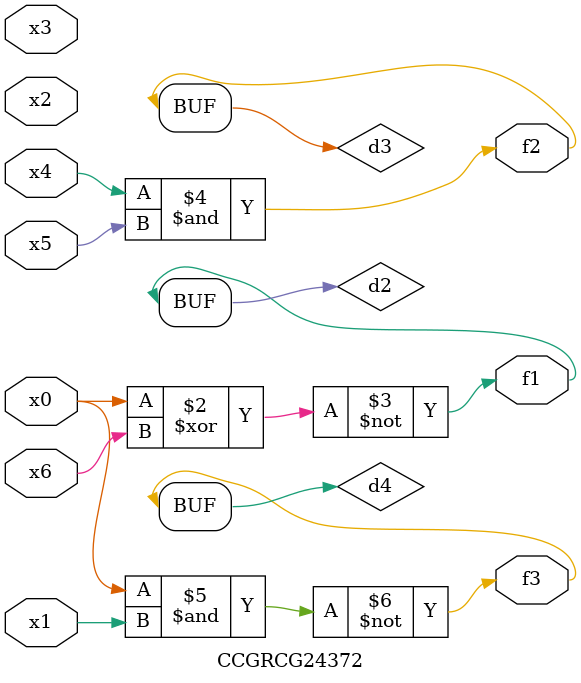
<source format=v>
module CCGRCG24372(
	input x0, x1, x2, x3, x4, x5, x6,
	output f1, f2, f3
);

	wire d1, d2, d3, d4;

	nor (d1, x0);
	xnor (d2, x0, x6);
	and (d3, x4, x5);
	nand (d4, x0, x1);
	assign f1 = d2;
	assign f2 = d3;
	assign f3 = d4;
endmodule

</source>
